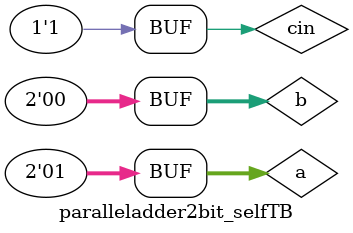
<source format=v>
module parallel_adder2bitself(cout,s,a,b,cin);
    input[1:0] a,b;
    input cin;
    output[1:0] cout,s;
    wire c;

    full_adder FA1(cout[0],s[0],a[0],b[0],cin);
    full_adder FA2(cout[1],s[1],a[1],b[1],cout[0]);
endmodule

module full_adder(cout,s,a,b,cin);
    input a,b,cin;
    output cout, s;
    wire x,y,z;
    xor (x,a,b);
    xor (s,x,cin);
    and(y,x,cin);
    and(z,a,b);
    or(cout,y,z);
endmodule

module paralleladder2bit_selfTB();
    reg[1:0] a,b;
    reg cin;
    wire[1:0] cout,s;

    parallel_adder2bitself pa2bitTB(cout,s,a,b,cin);
    initial begin
        $dumpfile("2bitparalleladder_self_TB.vcd");
        $dumpvars;
            a = 2'b01; b = 2'b00; cin = 2'b01; #10;

    end
endmodule
</source>
